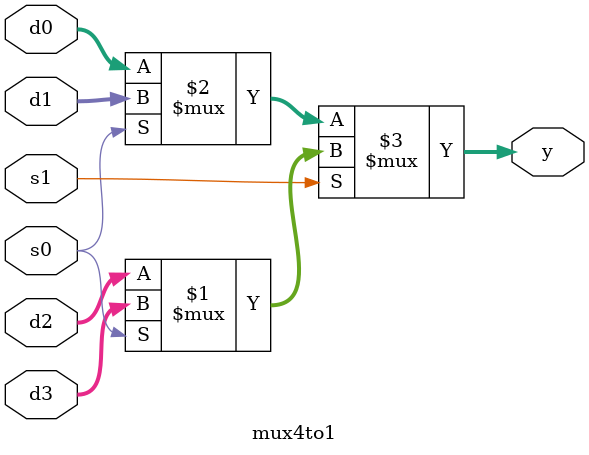
<source format=v>
`timescale 1ns/1ps
`define mydelay 1


`define REGFILE_FF
`ifdef REGFILE_FF

module regfile(input             clk, 
               input             we, 
               input      [4:0]  ra1, ra2, wa, 
               input      [31:0] wd, 
               output reg [31:0] rd1, rd2);

	reg [31:0] R1;
	reg [31:0] R2;
	reg [31:0] R3;
	reg [31:0] R4;
	reg [31:0] R5;
	reg [31:0] R6;
	reg [31:0] R7;
	reg [31:0] R8;
	reg [31:0] R9;
	reg [31:0] R10;
	reg [31:0] R11;
	reg [31:0] R12;
	reg [31:0] R13;
	reg [31:0] R14;
	reg [31:0] R15;
	reg [31:0] R16;
	reg [31:0] R17;
	reg [31:0] R18;
	reg [31:0] R19;
	reg [31:0] R20;
	reg [31:0] R21;
	reg [31:0] R22;
	reg [31:0] R23;
	reg [31:0] R24;
	reg [31:0] R25;
	reg [31:0] R26;
	reg [31:0] R27;
	reg [31:0] R28;
	reg [31:0] R29;
	reg [31:0] R30;
	reg [31:0] R31;

	always @(posedge clk)
	begin
  	 if (we) 
	 begin
   		case (wa[4:0])
   		5'd0:   ;
   		5'd1:   R1  <= wd;
   		5'd2:   R2  <= wd;
   		5'd3:   R3  <= wd;
   		5'd4:   R4  <= wd;
   		5'd5:   R5  <= wd;
   		5'd6:   R6  <= wd;
   		5'd7:   R7  <= wd;
   		5'd8:   R8  <= wd;
   		5'd9:   R9  <= wd;
   		5'd10:  R10 <= wd;
   		5'd11:  R11 <= wd;
   		5'd12:  R12 <= wd;
   		5'd13:  R13 <= wd;
   		5'd14:  R14 <= wd;
   		5'd15:  R15 <= wd;
   		5'd16:  R16 <= wd;
   		5'd17:  R17 <= wd;
   		5'd18:  R18 <= wd;
   		5'd19:  R19 <= wd;
   		5'd20:  R20 <= wd;
   		5'd21:  R21 <= wd;
   		5'd22:  R22 <= wd;
   		5'd23:  R23 <= wd;
   		5'd24:  R24 <= wd;
   		5'd25:  R25 <= wd;
   		5'd26:  R26 <= wd;
   		5'd27:  R27 <= wd;
   		5'd28:  R28 <= wd;
   		5'd29:  R29 <= wd;
   		5'd30:  R30 <= wd;
   		5'd31:  R31 <= wd;
   		endcase
     end
	end

	always @(*)
	begin
		case (ra2[4:0])
		5'd0:   rd2 = 32'b0;
		5'd1:   rd2 = R1;
		5'd2:   rd2 = R2;
		5'd3:   rd2 = R3;
		5'd4:   rd2 = R4;
		5'd5:   rd2 = R5;
		5'd6:   rd2 = R6;
		5'd7:   rd2 = R7;
		5'd8:   rd2 = R8;
		5'd9:   rd2 = R9;
		5'd10:  rd2 = R10;
		5'd11:  rd2 = R11;
		5'd12:  rd2 = R12;
		5'd13:  rd2 = R13;
		5'd14:  rd2 = R14;
		5'd15:  rd2 = R15;
		5'd16:  rd2 = R16;
		5'd17:  rd2 = R17;
		5'd18:  rd2 = R18;
		5'd19:  rd2 = R19;
		5'd20:  rd2 = R20;
		5'd21:  rd2 = R21;
		5'd22:  rd2 = R22;
		5'd23:  rd2 = R23;
		5'd24:  rd2 = R24;
		5'd25:  rd2 = R25;
		5'd26:  rd2 = R26;
		5'd27:  rd2 = R27;
		5'd28:  rd2 = R28;
		5'd29:  rd2 = R29;
		5'd30:  rd2 = R30;
		5'd31:  rd2 = R31;
		endcase
	end

	always @(*)
	begin
		case (ra1[4:0])
		5'd0:   rd1 = 32'b0;
		5'd1:   rd1 = R1;
		5'd2:   rd1 = R2;
		5'd3:   rd1 = R3;
		5'd4:   rd1 = R4;
		5'd5:   rd1 = R5;
		5'd6:   rd1 = R6;
		5'd7:   rd1 = R7;
		5'd8:   rd1 = R8;
		5'd9:   rd1 = R9;
		5'd10:  rd1 = R10;
		5'd11:  rd1 = R11;
		5'd12:  rd1 = R12;
		5'd13:  rd1 = R13;
		5'd14:  rd1 = R14;
		5'd15:  rd1 = R15;
		5'd16:  rd1 = R16;
		5'd17:  rd1 = R17;
		5'd18:  rd1 = R18;
		5'd19:  rd1 = R19;
		5'd20:  rd1 = R20;
		5'd21:  rd1 = R21;
		5'd22:  rd1 = R22;
		5'd23:  rd1 = R23;
		5'd24:  rd1 = R24;
		5'd25:  rd1 = R25;
		5'd26:  rd1 = R26;
		5'd27:  rd1 = R27;
		5'd28:  rd1 = R28;
		5'd29:  rd1 = R29;
		5'd30:  rd1 = R30;
		5'd31:  rd1 = R31;
		endcase
	end

endmodule

`else

module regfile(input         clk, 
               input         we, 
               input  [4:0]  ra1, ra2, wa, 
               input  [31:0] wd, 
               output [31:0] rd1, rd2);

  reg [31:0] rf[31:0];

  // three ported register file
  // read two ports combinationally
  // write third port on rising edge of clock
  // register 0 hardwired to 0

  always @(posedge clk)
    if (we) rf[wa] <= #`mydelay wd;	

  assign #`mydelay rd1 = (ra1 != 0) ? rf[ra1] : 0;
  assign #`mydelay rd2 = (ra2 != 0) ? rf[ra2] : 0;
endmodule

`endif


module alu(input      [31:0] a, b, 
           input      [2:0]  alucont, 
           output reg [31:0] result,
           output            zero);

  wire [31:0] b2, sum, slt;

  assign b2 = alucont[2] ? ~b:b; 
  assign sum = a + b2 + alucont[2];
  assign slt = sum[31];

  always@(*)
    case(alucont[1:0])
      2'b00: result <= #`mydelay a & b;
      2'b01: result <= #`mydelay a | b;
      2'b10: result <= #`mydelay sum;
      2'b11: result <= #`mydelay slt;
    endcase

  assign #`mydelay zero = (result == 32'b0);

endmodule


module adder(input [31:0] a, b,
             output [31:0] y);

  assign #`mydelay y = a + b;
endmodule



module sl2(input  [31:0] a,
           output [31:0] y);

  // shift left by 2
  assign #`mydelay y = {a[29:0], 2'b00};
endmodule



module sign_zero_ext(input      [15:0] a,
                     input             signext,
                     output reg [31:0] y);
              
   always @(*)
	begin
	   if (signext)  y <= {{16{a[15]}}, a[15:0]};
	   else          y <= {16'b0, a[15:0]};
	end

endmodule



module shift_left_16(input      [31:0] a,
		               input         shiftl16,
                     output reg [31:0] y);

   always @(*)
	begin
	   if (shiftl16) y = {a[15:0],16'b0};
	   else          y = a[31:0];
	end
              
endmodule



module flopr #(parameter WIDTH = 8)
              (input                  clk, reset,
               input      [WIDTH-1:0] d, 
               output reg [WIDTH-1:0] q);

  always @(posedge clk, posedge reset)
    if (reset) q <= #`mydelay 0;
    else       q <= #`mydelay d;

endmodule



module flopenr #(parameter WIDTH = 8)
                (input                  clk, reset,
                 input                  en,
                 input      [WIDTH-1:0] d, 
                 output reg [WIDTH-1:0] q);
 
  always @(posedge clk, posedge reset)
    if      (reset) q <= #`mydelay 0;
    else if (en)    q <= #`mydelay d;

endmodule



module mux2 #(parameter WIDTH = 8)
             (input  [WIDTH-1:0] d0, d1, 
              input              s, 
              output [WIDTH-1:0] y);

  assign #`mydelay y = s ? d1 : d0; 

endmodule


//add mux 4 to 1!!!!!
module mux4to1 #(parameter WIDTH = 8)
             (input  [WIDTH-1:0] d0, d1, d2, d3, 
              input        s0,
				  input  		s1,  
              output [WIDTH-1:0] y);

  assign #`mydelay y = s1 ? (s0 ? d3 : d2) : (s0 ? d1 : d0); 

endmodule

</source>
